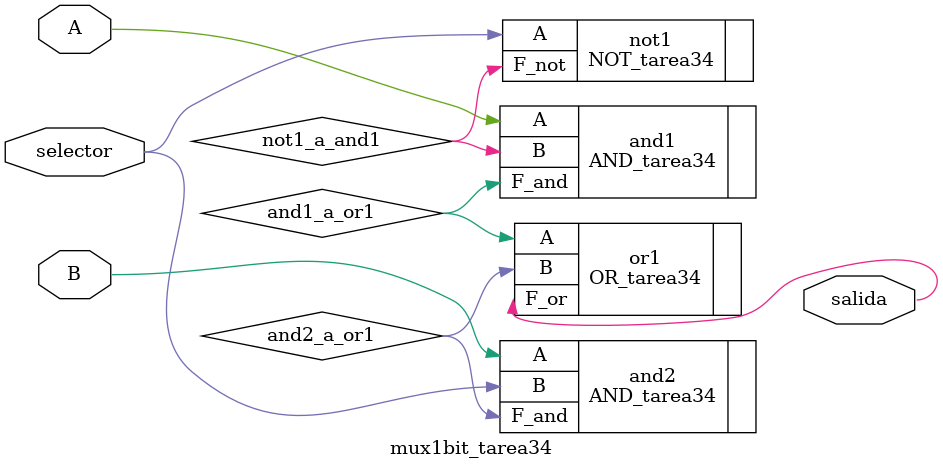
<source format=v>
`include "AND_tarea34.v"
`include "OR_tarea34.v"
`include "NOT_tarea34.v"

module mux1bit_tarea34(
    output salida,
    input A,
    input B,
    input selector);

    wire and1_a_or1;
    wire and2_a_or1;
    wire not1_a_and1;

    //conexiones
    AND_tarea34 and1 (.A(A), .B(not1_a_and1), .F_and(and1_a_or1));
    AND_tarea34 and2 (.A(B), .B(selector), .F_and(and2_a_or1));
    NOT_tarea34 not1 (.A(selector), .F_not(not1_a_and1));
    OR_tarea34 or1(.A(and1_a_or1), .B(and2_a_or1), .F_or(salida));
    
endmodule
</source>
